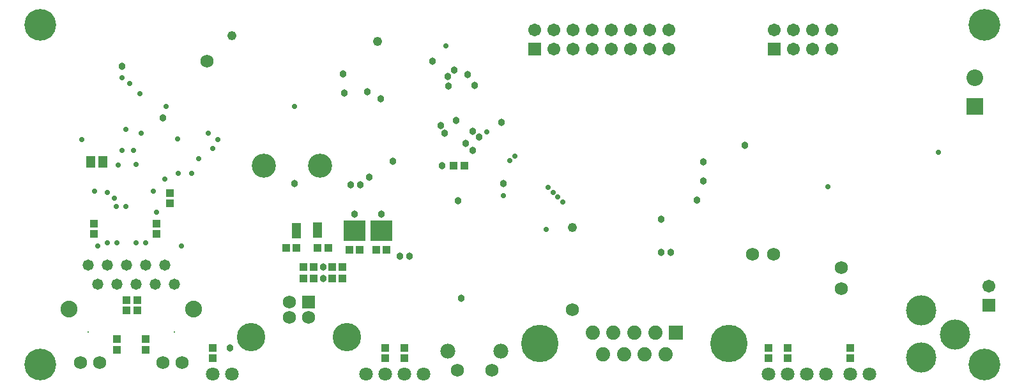
<source format=gbs>
%FSLAX43Y43*%
%MOMM*%
%SFA1B1*%

%IPPOS*%
%ADD136R,1.002998X1.102998*%
%ADD139R,1.102998X1.002998*%
%ADD148C,4.962990*%
%ADD149R,1.892996X1.892996*%
%ADD150C,1.892996*%
%ADD151C,0.964998*%
%ADD152C,0.710999*%
%ADD153C,1.726997*%
%ADD154C,1.218998*%
%ADD155R,2.202996X2.202996*%
%ADD156C,2.202996*%
%ADD157R,1.702997X1.702997*%
%ADD158C,1.702997*%
%ADD159C,1.980996*%
%ADD160C,4.202992*%
%ADD161C,1.472997*%
%ADD162C,2.234996*%
%ADD163C,0.203000*%
%ADD164C,1.802996*%
%ADD165R,1.726997X1.726997*%
%ADD166C,3.758992*%
%ADD167C,4.012992*%
%ADD168R,1.702997X1.702997*%
%ADD169C,3.202994*%
%ADD170R,2.996994X2.742995*%
%ADD171R,1.202998X1.502997*%
%ADD172R,1.202998X2.002996*%
%LNlp_led_cube_8x8x8-1*%
%LPD*%
G54D136*
X88964Y75818D03*
X87564D03*
X88964Y74294D03*
X87564D03*
X91250Y78104D03*
X89850D03*
X93406D03*
X94806D03*
X85659Y78358D03*
X87059D03*
X82868D03*
X81468D03*
X83754Y74294D03*
X85154D03*
X83754Y75818D03*
X85154D03*
X105093Y89280D03*
X103693D03*
G54D139*
X71754Y63688D03*
Y65088D03*
X94614Y63688D03*
Y65088D03*
X97154Y63688D03*
Y65088D03*
X156209Y63688D03*
Y65088D03*
X145414Y63688D03*
Y65088D03*
X147954Y63688D03*
Y65088D03*
X60324Y71438D03*
Y70038D03*
X61721Y71438D03*
Y70038D03*
X59054Y66231D03*
Y64831D03*
X62864Y66231D03*
Y64831D03*
X66039Y84262D03*
Y85662D03*
X56006Y81598D03*
Y80198D03*
X64261Y81598D03*
Y80198D03*
G54D148*
X115139Y65633D03*
X140129D03*
G54D149*
X133174Y67053D03*
G54D150*
X131789Y64213D03*
X130404Y67053D03*
X129019Y64213D03*
X127634Y67053D03*
X126249Y64213D03*
X124864Y67053D03*
X123479Y64213D03*
X122094Y67053D03*
G54D151*
X65150Y95630D03*
X59689Y102488D03*
X93979Y98170D03*
X89153Y98932D03*
X90042Y86740D03*
X91312D03*
X94106Y82803D03*
X90550D03*
X104727Y71627D03*
X86359Y75818D03*
Y74294D03*
X96519Y77215D03*
X97789D03*
X74040Y65023D03*
X104266Y84581D03*
X110235Y86867D03*
X109981Y94995D03*
X102107Y89280D03*
X95630Y89811D03*
X136778Y89788D03*
X135889Y84708D03*
X142309Y91947D03*
X136778Y87248D03*
X132460Y77723D03*
X131190D03*
Y82184D03*
X106171Y91312D03*
X105282Y92201D03*
X106171Y91312D03*
X105282Y92201D03*
X101980Y94614D03*
X102488Y93598D03*
X106425Y99948D03*
X103758Y101980D03*
X102869Y101091D03*
X102996Y99821D03*
X105536Y101345D03*
X82549Y86867D03*
X92455Y87757D03*
X104012Y95249D03*
X106171Y93852D03*
X107060Y93090D03*
X100837Y103123D03*
X89026Y101472D03*
X92201Y99059D03*
G54D152*
X167893Y91058D03*
X153288Y86486D03*
X82549Y97154D03*
X115950Y80771D03*
X110235Y85288D03*
X102615Y105155D03*
X108044Y93788D03*
X118109Y84454D03*
X117474Y85089D03*
X116839Y85724D03*
X116204Y86359D03*
X111124Y89915D03*
X111759Y90550D03*
X54355Y92709D03*
X60233Y94070D03*
X61594Y89407D03*
X59689Y91312D03*
X59209Y89379D03*
X63880Y85851D03*
X56071Y85913D03*
X57784Y85724D03*
X58675Y84962D03*
X61594Y78993D03*
X59054D03*
X60233Y94070D03*
X59689Y100964D03*
X60705Y100202D03*
X62102Y98805D03*
X67055Y92836D03*
X65531Y97154D03*
X56514Y78612D03*
X57784Y78993D03*
X65404Y87502D03*
X67182Y88264D03*
X68960D03*
X64261Y83057D03*
X62864Y78993D03*
X71754Y91567D03*
X69849Y90169D03*
X67563Y78612D03*
X58927Y83819D03*
X60197D03*
X71119Y93598D03*
X61213Y91312D03*
X72389Y92709D03*
X62229Y93598D03*
G54D153*
X70992Y103123D03*
X104202Y62102D03*
X108774D03*
X146049Y77469D03*
X143255D03*
X155066Y75691D03*
Y72897D03*
X65150Y63118D03*
X67690D03*
X56768D03*
X54228D03*
X84454Y69150D03*
X81914D03*
Y71183D03*
X119379Y70103D03*
G54D154*
X74294Y106552D03*
X93598Y105790D03*
X119379Y81090D03*
G54D155*
X172719Y97154D03*
G54D156*
X172719Y100964D03*
G54D157*
X146151Y104774D03*
X114401D03*
G54D158*
X146151Y107314D03*
X148691Y104774D03*
Y107314D03*
X151231Y104774D03*
Y107314D03*
X153771Y104774D03*
Y107314D03*
X174624Y73278D03*
X114401Y107314D03*
X116941Y104774D03*
Y107314D03*
X119481Y104774D03*
Y107314D03*
X122021Y104774D03*
Y107314D03*
X124561Y104774D03*
Y107314D03*
X127101Y104774D03*
Y107314D03*
X129641Y104774D03*
Y107314D03*
X132181Y104774D03*
Y107314D03*
G54D159*
X102933Y64642D03*
X109918D03*
G54D160*
X48894Y62864D03*
X173989D03*
X48894Y107949D03*
X173989D03*
G54D161*
X55244Y76072D03*
X56514Y73532D03*
X57784Y76072D03*
X59054Y73532D03*
X60324Y76072D03*
X62864D03*
X65404D03*
X61594Y73532D03*
X64134D03*
X66674D03*
G54D162*
X69214Y70230D03*
X52704D03*
G54D163*
X66674Y67182D03*
X55244D03*
G54D164*
X74294Y61594D03*
X71754D03*
X94614D03*
X92074D03*
X99694D03*
X97154D03*
X147954D03*
X145414D03*
X153034D03*
X150494D03*
X158749D03*
X156209D03*
G54D165*
X84454Y71183D03*
G54D166*
X89534Y66483D03*
X76834D03*
G54D167*
X165670Y63817D03*
X170116Y66865D03*
X165670Y70039D03*
G54D168*
X174624Y70738D03*
G54D169*
X78498Y89280D03*
X85998D03*
G54D170*
X90550Y80644D03*
X94106D03*
G54D171*
X57187Y89788D03*
X55587D03*
G54D172*
X85648Y80669D03*
X82854Y80664D03*
M02*
</source>
